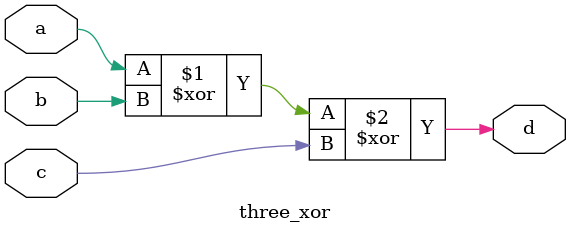
<source format=v>
`timescale 1ns / 1ps
module three_xor(a,b,c,d);

input a,b,c;
output d;
xor x1(d,a,b,c);


endmodule

</source>
